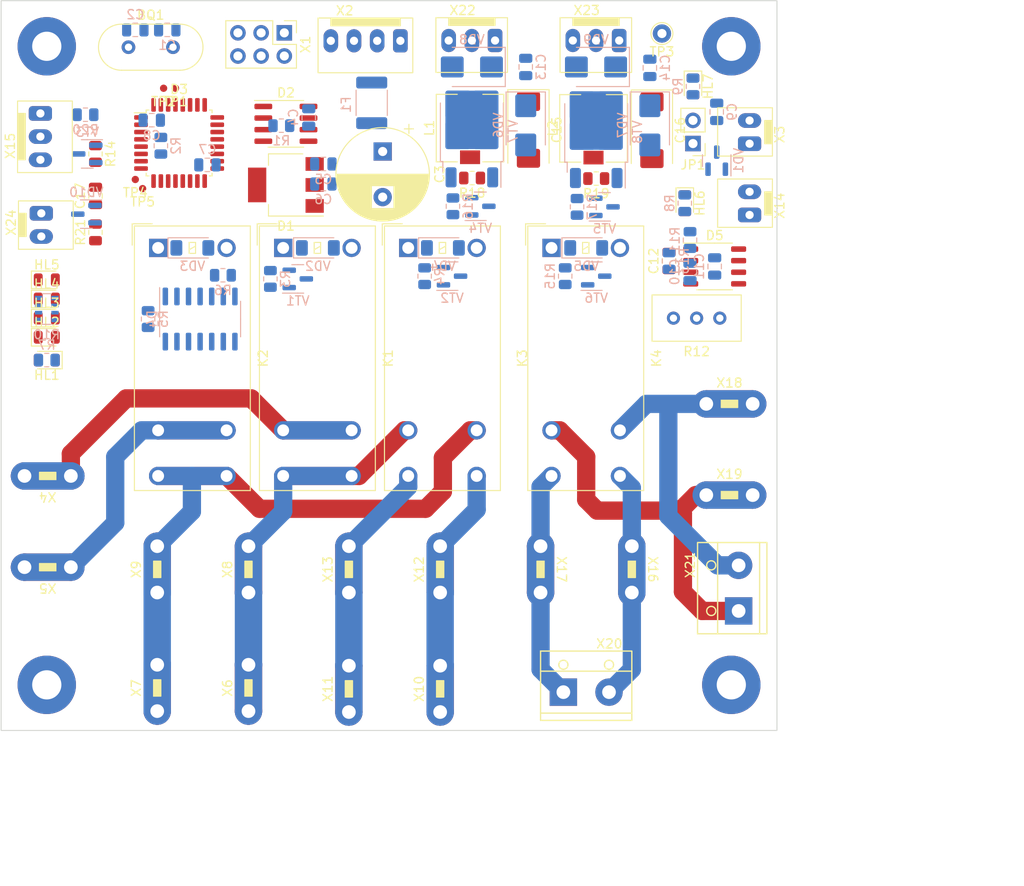
<source format=kicad_pcb>
(kicad_pcb (version 20221018) (generator pcbnew)

  (general
    (thickness 1.6)
  )

  (paper "A4")
  (layers
    (0 "F.Cu" signal)
    (31 "B.Cu" signal)
    (32 "B.Adhes" user "B.Adhesive")
    (33 "F.Adhes" user "F.Adhesive")
    (34 "B.Paste" user)
    (35 "F.Paste" user)
    (36 "B.SilkS" user "B.Silkscreen")
    (37 "F.SilkS" user "F.Silkscreen")
    (38 "B.Mask" user)
    (39 "F.Mask" user)
    (40 "Dwgs.User" user "User.Drawings")
    (41 "Cmts.User" user "User.Comments")
    (42 "Eco1.User" user "User.Eco1")
    (43 "Eco2.User" user "User.Eco2")
    (44 "Edge.Cuts" user)
    (45 "Margin" user)
    (46 "B.CrtYd" user "B.Courtyard")
    (47 "F.CrtYd" user "F.Courtyard")
    (48 "B.Fab" user)
    (49 "F.Fab" user)
    (50 "User.1" user)
    (51 "User.2" user)
    (52 "User.3" user)
    (53 "User.4" user)
    (54 "User.5" user)
    (55 "User.6" user)
    (56 "User.7" user)
    (57 "User.8" user)
    (58 "User.9" user)
  )

  (setup
    (pad_to_mask_clearance 0)
    (pcbplotparams
      (layerselection 0x00010fc_ffffffff)
      (plot_on_all_layers_selection 0x0000000_00000000)
      (disableapertmacros false)
      (usegerberextensions false)
      (usegerberattributes true)
      (usegerberadvancedattributes true)
      (creategerberjobfile true)
      (dashed_line_dash_ratio 12.000000)
      (dashed_line_gap_ratio 3.000000)
      (svgprecision 4)
      (plotframeref false)
      (viasonmask false)
      (mode 1)
      (useauxorigin false)
      (hpglpennumber 1)
      (hpglpenspeed 20)
      (hpglpendiameter 15.000000)
      (dxfpolygonmode true)
      (dxfimperialunits true)
      (dxfusepcbnewfont true)
      (psnegative false)
      (psa4output false)
      (plotreference true)
      (plotvalue true)
      (plotinvisibletext false)
      (sketchpadsonfab false)
      (subtractmaskfromsilk false)
      (outputformat 1)
      (mirror false)
      (drillshape 1)
      (scaleselection 1)
      (outputdirectory "")
    )
  )

  (net 0 "")
  (net 1 "Net-(D3-PF1)")
  (net 2 "Net-(D3-PF0)")
  (net 3 "GND")
  (net 4 "+12V")
  (net 5 "+3V3")
  (net 6 "E_STOP")
  (net 7 "Net-(D5A--)")
  (net 8 "Net-(D5A-+)")
  (net 9 "WATER")
  (net 10 "Net-(VD8-K)")
  (net 11 "Net-(VD9-K)")
  (net 12 "LIGHTS_SW")
  (net 13 "U1_RX")
  (net 14 "TXEN")
  (net 15 "U1_TX")
  (net 16 "Net-(D2-A)")
  (net 17 "Net-(D2-B)")
  (net 18 "RESET")
  (net 19 "Net-(D3-PA2)")
  (net 20 "Net-(D3-PA3)")
  (net 21 "LIGHTS")
  (net 22 "RL_EN")
  (net 23 "LED_AUX")
  (net 24 "LED_MAIN")
  (net 25 "LED_ERR")
  (net 26 "LED_ACT")
  (net 27 "unconnected-(D3-PA12-Pad22)")
  (net 28 "SWDIO")
  (net 29 "SWCLK")
  (net 30 "RL_AUX")
  (net 31 "RL_MAIN_uC")
  (net 32 "MOTOR1")
  (net 33 "MOTOR2")
  (net 34 "Net-(D3-PB6)")
  (net 35 "Net-(D3-PB7)")
  (net 36 "Net-(D4A-B)")
  (net 37 "LED_STOP")
  (net 38 "Net-(D4D-A)")
  (net 39 "RL_MAIN")
  (net 40 "Net-(X2-Pin_1)")
  (net 41 "unconnected-(H1-Pad1)")
  (net 42 "unconnected-(H2-Pad1)")
  (net 43 "unconnected-(H3-Pad1)")
  (net 44 "Net-(HL1-K)")
  (net 45 "Net-(HL2-K)")
  (net 46 "Net-(HL3-K)")
  (net 47 "Net-(HL4-K)")
  (net 48 "Net-(HL5-K)")
  (net 49 "Net-(HL6-K)")
  (net 50 "Net-(HL7-K)")
  (net 51 "/L_IN")
  (net 52 "/L_MAIN")
  (net 53 "Net-(VD2-A)")
  (net 54 "/N_IN")
  (net 55 "/N_MAIN")
  (net 56 "/L_AUX")
  (net 57 "/N_AUX")
  (net 58 "Net-(VD4-A)")
  (net 59 "Net-(X18-Pin_1)")
  (net 60 "Net-(X17-Pin_1)")
  (net 61 "Net-(X19-Pin_1)")
  (net 62 "Net-(X16-Pin_1)")
  (net 63 "Net-(VD5-A)")
  (net 64 "Net-(VD6-K)")
  (net 65 "Net-(VD7-K)")
  (net 66 "Net-(VT4-D)")
  (net 67 "Net-(VT5-D)")
  (net 68 "Net-(X15-Pin_1)")
  (net 69 "Net-(VT3-D)")
  (net 70 "unconnected-(X1-Pin_4-Pad4)")
  (net 71 "unconnected-(X15-Pin_2-Pad2)")
  (net 72 "unconnected-(X22-Pin_2-Pad2)")
  (net 73 "unconnected-(X23-Pin_2-Pad2)")

  (footprint "Package_SO:SOIC-8_3.9x4.9mm_P1.27mm" (layer "F.Cu") (at 71.2 43.5))

  (footprint "Relay_THT:Relay_SPST_Omron_G2RL-1A-E" (layer "F.Cu") (at 57.2 57.1))

  (footprint "Ecohim:Connector_TAB_6.35mm" (layer "F.Cu") (at 57.1 92.34 90))

  (footprint "Capacitor_SMD:C_0805_2012Metric" (layer "F.Cu") (at 113.175 58.535 90))

  (footprint "LED_SMD:LED_0805_2012Metric" (layer "F.Cu") (at 45.000001 62.7))

  (footprint "Ecohim:TestPoint_Pad_D0.8mm_no_circle" (layer "F.Cu") (at 59.100001 39.6 180))

  (footprint "Ecohim:DS1070-3_WF-3_CONNFLY" (layer "F.Cu") (at 89.034999 34.365))

  (footprint "LED_SMD:LED_0805_2012Metric" (layer "F.Cu") (at 45 60.600001))

  (footprint "Resistor_SMD:R_0805_2012Metric" (layer "F.Cu") (at 50.3375 55.4 90))

  (footprint "Ecohim:Connector_TAB_6.35mm" (layer "F.Cu") (at 88.1 92.34 90))

  (footprint "LED_SMD:LED_0805_2012Metric" (layer "F.Cu") (at 45.000001 66.9))

  (footprint "Capacitor_SMD:C_0805_2012Metric" (layer "F.Cu") (at 50.3375 51.4 90))

  (footprint "Ecohim:Connector_TAB_6.35mm" (layer "F.Cu") (at 78.1 105.44 90))

  (footprint "Ecohim:TestPoint_Pad_D0.8mm_no_circle" (layer "F.Cu") (at 54.7 49.6 180))

  (footprint "Ecohim:Connector_TAB_6.35mm" (layer "F.Cu") (at 88.1 105.44 90))

  (footprint "Ecohim:Connector_TAB_6.35mm" (layer "F.Cu") (at 67.1 92.34 90))

  (footprint "Ecohim:Connector_TAB_6.35mm" (layer "F.Cu") (at 109.1 92.339999 -90))

  (footprint "Ecohim:TerminalBlock_KLS2-301-5.00-02P" (layer "F.Cu") (at 120.8 94.4 90))

  (footprint "Relay_THT:Relay_DPST_Omron_G2RL-2A" (layer "F.Cu") (at 100.3 57.1))

  (footprint "Ecohim:TestPoint_Pad_D0.8mm_no_circle" (layer "F.Cu") (at 57.8 39.6 180))

  (footprint "Connector_PinHeader_2.54mm:PinHeader_2x03_P2.54mm_Vertical" (layer "F.Cu") (at 71.025 33.525 -90))

  (footprint "MountingHole:MountingHole_3.2mm_M3_Pad" (layer "F.Cu") (at 45 105))

  (footprint "LED_SMD:LED_0805_2012Metric" (layer "F.Cu") (at 45.000001 69.400001 180))

  (footprint "Ecohim:Connector_TAB_6.35mm" (layer "F.Cu") (at 119.8 74.2))

  (footprint "Ecohim:Connector_TAB_6.35mm" (layer "F.Cu") (at 78.1 92.34 90))

  (footprint "Package_TO_SOT_SMD:SOT-223-3_TabPin2" (layer "F.Cu") (at 71.2 50.2 180))

  (footprint "Resistor_SMD:R_0805_2012Metric" (layer "F.Cu") (at 105.2 49.500001 180))

  (footprint "MountingHole:MountingHole_3.2mm_M3_Pad" (layer "F.Cu") (at 120 105))

  (footprint "Resistor_SMD:R_0805_2012Metric" (layer "F.Cu") (at 91.6 49.44 180))

  (footprint "MountingHole:MountingHole_3.2mm_M3_Pad" (layer "F.Cu") (at 45 35))

  (footprint "Ecohim:TestPoint_Pad_D0.8mm_no_circle" (layer "F.Cu") (at 55.5 50.6 180))

  (footprint "Ecohim:TerminalBlock_KLS2-301-5.00-02P" (layer "F.Cu") (at 104.1 105.8))

  (footprint "Ecohim:Connector_TAB_6.35mm" (layer "F.Cu") (at 57.1 105.34 90))

  (footprint "LED_SMD:LED_0805_2012Metric" (layer "F.Cu") (at 115.8 39.4 -90))

  (footprint "LED_SMD:LED_0805_2012Metric" (layer "F.Cu") (at 45 64.8))

  (footprint "Potentiometer_THT:Potentiometer_Bourns_3296W_Vertical" (layer "F.Cu") (at 113.66 64.8 180))

  (footprint "Ecohim:DS1070-3_WF-3_CONNFLY" (layer "F.Cu") (at 102.635001 34.365))

  (footprint "TestPoint:TestPoint_THTPad_D2.0mm_Drill1.0mm" (layer "F.Cu") (at 112.4 33.6 180))

  (footprint "Ecohim:L_7.3x7.3_H4.5" (layer "F.Cu") (at 91.375 43.965 90))

  (footprint "Ecohim:Connector_TAB_6.35mm" (layer "F.Cu") (at 99.1 92.34 -90))

  (footprint "Relay_THT:Relay_DPST_Omron_G2RL-2A" (layer "F.Cu") (at 84.6 57.1))

  (footprint "Capacitor_Tantalum_SMD:CP_EIA-7343-31_Kemet-D" (layer "F.Cu") (at 111.3 44.2 -90))

  (footprint "Ecohim:DS1070-2_WF-2_CONNFLY" (layer "F.Cu") (at 122 50.95 -90))

  (footprint "Capacitor_Tantalum_SMD:CP_EIA-7343-31_Kemet-D" (layer "F.Cu") (at 97.775 44.165 -90))

  (footprint "MountingHole:MountingHole_3.2mm_M3_Pad" (layer "F.Cu") (at 120 35))

  (footprint "Ecohim:Connector_TAB_6.35mm" (layer "F.Cu") (at 67.1 105.34 90))

  (footprint "Package_SO:SOP-8_3.9x4.9mm_P1.27mm" (layer "F.Cu") (at 118.175 59.135))

  (footprint "Resistor_SMD:R_0805_2012Metric" (layer "F.Cu") (at 50.3375 46.8 -90))

  (footprint "Ecohim:Connector_TAB_6.35mm" (layer "F.Cu") (at 45.1 82.1 180))

  (footprint "Capacitor_THT:CP_Radial_D10.0mm_P5.00mm" (layer "F.Cu") (at 81.8 46.532323 -90))

  (footprint "Package_QFP:LQFP-32_7x7mm_P0.8mm" (layer "F.Cu") (at 59.5 45.6))

  (footprint "Ecohim:Connector_TAB_6.35mm" (layer "F.Cu")
    (tstamp e0b4425b-e5ad-4dc4-9b65-aaa38b02e47d)
    (at 119.8 84.2)
    (descr "Tab 6.35mm x 0.8mm blade connector")
    (tags "faston, tab, 6.35, 6.3, blade")
    (property "Label" "Pump L")
    (property "Sheetfile" "RS485_Relay_V2R1.kicad_sch")
    (property "Sheetname" "")
    (property "ki_description" "Generic connector, single row, 01x01, script generated (kicad-library-utils/schlib/autogen/connector/)")
    (property "ki_keywords" "connector")
    (path "/f4c1eb96-c2d8-41cd-9402-65900eff3135")
    (attr through_hole)
    (fp_text reference "X19" (at 0 -2.3 unlocked) (layer "F.SilkS")
        (effects (font (size 1 1) (thickness 0.15)))
      (tstamp 6ac1211b-91c7-4966-a9d9-6d1ed30a9e71)
    )
    (fp_text value "Blade 6mm" (at 0 2.6 unlocked) (layer "F.Fab")
        (effects (font (size 1 1) (thickness 0.15)))
      (tstamp d862065c-2de4-4174-a2b3-54f693eb0aad)
    )
    (fp_text user "${REFERENCE}" (at 0 4.1 unlocked) (layer "F.Fab")
        (effects (font (size 1 1) (thickness 0.15)))
      (tstamp 30226402-7133-47e3-9c2d-bca65e059b7f)
    )
    (fp_rect (start -0.9 -0.4) (end 0.9 0.4)
      (stroke (width 0.12) (type solid)
... [236780 chars truncated]
</source>
